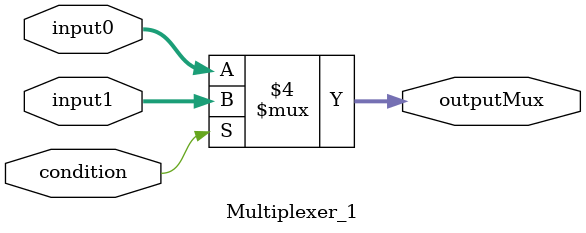
<source format=v>
`timescale 1ns / 1ps


module Multiplexer_1(

    input [7:0] input0,
    input [7:0] input1,
    input condition,
    output reg [7:0] outputMux
    ); 
    always @(input0,input1,condition)
    begin
        if(condition == 0) 
            outputMux = input0; 
        else
            outputMux = input1;
        $display("outputMux",outputMux);
        $display("condition",condition);
    end
endmodule

</source>
